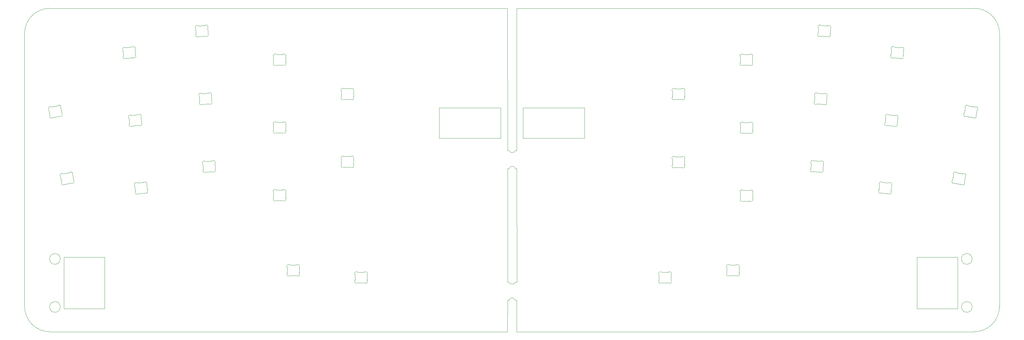
<source format=gbr>
%TF.GenerationSoftware,KiCad,Pcbnew,(7.0.0)*%
%TF.CreationDate,2023-02-20T10:05:00+01:00*%
%TF.ProjectId,wired-split,77697265-642d-4737-906c-69742e6b6963,rev?*%
%TF.SameCoordinates,Original*%
%TF.FileFunction,Profile,NP*%
%FSLAX46Y46*%
G04 Gerber Fmt 4.6, Leading zero omitted, Abs format (unit mm)*
G04 Created by KiCad (PCBNEW (7.0.0)) date 2023-02-20 10:05:00*
%MOMM*%
%LPD*%
G01*
G04 APERTURE LIST*
%TA.AperFunction,Profile*%
%ADD10C,0.100000*%
%TD*%
%TA.AperFunction,Profile*%
%ADD11C,0.120000*%
%TD*%
G04 APERTURE END LIST*
D10*
X214319305Y-159619436D02*
X213949000Y-159619097D01*
X216167797Y-117538399D02*
X216489000Y-117538738D01*
X345012505Y-168499305D02*
G75*
G03*
X352124505Y-161387287I-5J7112005D01*
G01*
X213924505Y-168499287D02*
X85400505Y-168499287D01*
X216488505Y-168499287D02*
X216489000Y-159616125D01*
X352124505Y-84679287D02*
X352124505Y-161387287D01*
X214318129Y-154541314D02*
G75*
G03*
X216166573Y-154540096I923971J382014D01*
G01*
X214318153Y-154541304D02*
X213949000Y-154540435D01*
X214317943Y-122616576D02*
X213949000Y-122616237D01*
X216489000Y-117538738D02*
X216488505Y-77567287D01*
X352124513Y-84679287D02*
G75*
G03*
X345012505Y-77567287I-7112013J-13D01*
G01*
X78288513Y-161387287D02*
G75*
G03*
X85400505Y-168499287I7111987J-13D01*
G01*
X213924505Y-77567287D02*
X85400505Y-77567287D01*
X216166364Y-122615368D02*
X216489000Y-122616237D01*
X345012505Y-77567287D02*
X216488505Y-77567287D01*
X213924505Y-77567287D02*
X213949000Y-117538738D01*
X216166574Y-154540096D02*
X216559087Y-154540089D01*
X214319313Y-117539633D02*
G75*
G03*
X216167797Y-117538399I923987J382033D01*
G01*
X213949000Y-154540435D02*
X213949000Y-122616237D01*
X216559087Y-154540089D02*
X216489000Y-122616237D01*
X216167786Y-159618203D02*
G75*
G03*
X214319305Y-159619436I-923986J-381997D01*
G01*
X78288505Y-161387287D02*
X78288505Y-84679287D01*
X345012505Y-168499287D02*
X216488505Y-168499287D01*
X216167726Y-159618228D02*
X216489000Y-159616125D01*
X214319376Y-117539607D02*
X213949000Y-117538738D01*
X213924505Y-168499287D02*
X213949000Y-159619097D01*
X85400505Y-77567305D02*
G75*
G03*
X78288505Y-84679287I-5J-7111995D01*
G01*
X216166359Y-122615370D02*
G75*
G03*
X214317944Y-122616576I-923959J-382030D01*
G01*
%TO.C,D84*%
X301562577Y-123564114D02*
X299975850Y-123480957D01*
X302582171Y-121411683D02*
X302508603Y-122815441D01*
X300132858Y-120485069D02*
X301719586Y-120568226D01*
X299113265Y-122637499D02*
X299186832Y-121233741D01*
X299052499Y-122851491D02*
G75*
G03*
X299720363Y-123535958I438544J-240159D01*
G01*
X301810915Y-123645522D02*
G75*
G03*
X301562577Y-123564114I-274508J-417915D01*
G01*
X302642936Y-121197691D02*
G75*
G03*
X301975073Y-120513223I-438545J240158D01*
G01*
X302508604Y-122815441D02*
G75*
G03*
X302546671Y-123034611I499304J-26169D01*
G01*
X299884520Y-120403661D02*
G75*
G03*
X299148766Y-121014570I-274507J-417905D01*
G01*
X299052494Y-122851489D02*
G75*
G03*
X299113264Y-122637500I-438535J240160D01*
G01*
X299975850Y-123480958D02*
G75*
G03*
X299720364Y-123535961I-26166J-499324D01*
G01*
X302642939Y-121197692D02*
G75*
G03*
X302582171Y-121411682I438537J-240157D01*
G01*
X299884520Y-120403660D02*
G75*
G03*
X300132857Y-120485068I274509J417916D01*
G01*
X299186850Y-121233742D02*
G75*
G03*
X299148765Y-121014570I-499336J26127D01*
G01*
X301810915Y-123645522D02*
G75*
G03*
X302546669Y-123034610I274507J417907D01*
G01*
X301719586Y-120568226D02*
G75*
G03*
X301975073Y-120513222I26165J499324D01*
G01*
%TO.C,D36*%
X150710957Y-131629287D02*
X149122053Y-131629287D01*
X151616504Y-129426445D02*
X151616504Y-130832129D01*
X149122053Y-128629288D02*
X150710958Y-128629288D01*
X148216506Y-130832129D02*
X148216506Y-129426445D01*
X148167024Y-131049009D02*
G75*
G03*
X148869794Y-131697583I450511J-216878D01*
G01*
X150963216Y-131697586D02*
G75*
G03*
X150710957Y-131629287I-252261J-431710D01*
G01*
X151665987Y-129209566D02*
G75*
G03*
X150963216Y-128560990I-450513J216877D01*
G01*
X151616505Y-130832129D02*
G75*
G03*
X151665990Y-131049007I499989J-2D01*
G01*
X148869794Y-128560988D02*
G75*
G03*
X148167022Y-129209567I-252259J-431699D01*
G01*
X148167020Y-131049006D02*
G75*
G03*
X148216506Y-130832130I-450505J216879D01*
G01*
X149122053Y-131629288D02*
G75*
G03*
X148869795Y-131697586I2J-500009D01*
G01*
X151665989Y-129209567D02*
G75*
G03*
X151616504Y-129426444I450505J-216876D01*
G01*
X148869794Y-128560988D02*
G75*
G03*
X149122052Y-128629287I252261J431711D01*
G01*
X148216523Y-129426445D02*
G75*
G03*
X148167020Y-129209567I-500018J-42D01*
G01*
X150963216Y-131697586D02*
G75*
G03*
X151665988Y-131049006I252259J431700D01*
G01*
X150710958Y-128629288D02*
G75*
G03*
X150963216Y-128560989I-3J500009D01*
G01*
%TO.C,D62*%
X302597083Y-104567549D02*
X301010356Y-104484392D01*
X303616677Y-102415118D02*
X303543109Y-103818876D01*
X301167364Y-101488504D02*
X302754092Y-101571661D01*
X300147771Y-103640934D02*
X300221338Y-102237176D01*
X300087005Y-103854926D02*
G75*
G03*
X300754869Y-104539393I438544J-240159D01*
G01*
X302845421Y-104648957D02*
G75*
G03*
X302597083Y-104567549I-274508J-417915D01*
G01*
X303677442Y-102201126D02*
G75*
G03*
X303009579Y-101516658I-438545J240158D01*
G01*
X303543110Y-103818876D02*
G75*
G03*
X303581177Y-104038046I499304J-26169D01*
G01*
X300919026Y-101407096D02*
G75*
G03*
X300183272Y-102018005I-274507J-417905D01*
G01*
X300087000Y-103854924D02*
G75*
G03*
X300147770Y-103640935I-438535J240160D01*
G01*
X301010356Y-104484393D02*
G75*
G03*
X300754870Y-104539396I-26166J-499324D01*
G01*
X303677445Y-102201127D02*
G75*
G03*
X303616677Y-102415117I438537J-240157D01*
G01*
X300919026Y-101407095D02*
G75*
G03*
X301167363Y-101488503I274509J417916D01*
G01*
X300221356Y-102237177D02*
G75*
G03*
X300183271Y-102018005I-499336J26127D01*
G01*
X302845421Y-104648957D02*
G75*
G03*
X303581175Y-104038045I274507J417907D01*
G01*
X302754092Y-101571661D02*
G75*
G03*
X303009579Y-101516657I26165J499324D01*
G01*
%TO.C,D26*%
X150710957Y-93529287D02*
X149122053Y-93529287D01*
X151616504Y-91326445D02*
X151616504Y-92732129D01*
X149122053Y-90529288D02*
X150710958Y-90529288D01*
X148216506Y-92732129D02*
X148216506Y-91326445D01*
X148167024Y-92949009D02*
G75*
G03*
X148869794Y-93597583I450511J-216878D01*
G01*
X150963216Y-93597586D02*
G75*
G03*
X150710957Y-93529287I-252261J-431710D01*
G01*
X151665987Y-91109566D02*
G75*
G03*
X150963216Y-90460990I-450513J216877D01*
G01*
X151616505Y-92732129D02*
G75*
G03*
X151665990Y-92949007I499989J-2D01*
G01*
X148869794Y-90460988D02*
G75*
G03*
X148167022Y-91109567I-252259J-431699D01*
G01*
X148167020Y-92949006D02*
G75*
G03*
X148216506Y-92732130I-450505J216879D01*
G01*
X149122053Y-93529288D02*
G75*
G03*
X148869795Y-93597586I2J-500009D01*
G01*
X151665989Y-91109567D02*
G75*
G03*
X151616504Y-91326444I450505J-216876D01*
G01*
X148869794Y-90460988D02*
G75*
G03*
X149122052Y-90529287I252261J431711D01*
G01*
X148216523Y-91326445D02*
G75*
G03*
X148167020Y-91109567I-500018J-42D01*
G01*
X150963216Y-93597586D02*
G75*
G03*
X151665988Y-92949006I252259J431700D01*
G01*
X150710958Y-90529288D02*
G75*
G03*
X150963216Y-90460989I-3J500009D01*
G01*
%TO.C,D68*%
X303603231Y-85486334D02*
X302016504Y-85403177D01*
X304622825Y-83333903D02*
X304549257Y-84737661D01*
X302173512Y-82407289D02*
X303760240Y-82490446D01*
X301153919Y-84559719D02*
X301227486Y-83155961D01*
X301093153Y-84773711D02*
G75*
G03*
X301761017Y-85458178I438544J-240159D01*
G01*
X303851569Y-85567742D02*
G75*
G03*
X303603231Y-85486334I-274508J-417915D01*
G01*
X304683590Y-83119911D02*
G75*
G03*
X304015727Y-82435443I-438545J240158D01*
G01*
X304549258Y-84737661D02*
G75*
G03*
X304587325Y-84956831I499304J-26169D01*
G01*
X301925174Y-82325881D02*
G75*
G03*
X301189420Y-82936790I-274507J-417905D01*
G01*
X301093148Y-84773709D02*
G75*
G03*
X301153918Y-84559720I-438535J240160D01*
G01*
X302016504Y-85403178D02*
G75*
G03*
X301761018Y-85458181I-26166J-499324D01*
G01*
X304683593Y-83119912D02*
G75*
G03*
X304622825Y-83333902I438537J-240157D01*
G01*
X301925174Y-82325880D02*
G75*
G03*
X302173511Y-82407288I274509J417916D01*
G01*
X301227504Y-83155962D02*
G75*
G03*
X301189419Y-82936790I-499336J26127D01*
G01*
X303851569Y-85567742D02*
G75*
G03*
X304587323Y-84956830I274507J417907D01*
G01*
X303760240Y-82490446D02*
G75*
G03*
X304015727Y-82435442I26165J499324D01*
G01*
%TO.C,D29*%
X128940506Y-85396615D02*
X127353779Y-85479772D01*
X129729524Y-83149399D02*
X129803091Y-84553157D01*
X127196771Y-82483884D02*
X128783499Y-82400727D01*
X126407753Y-84731099D02*
X126334185Y-83327341D01*
X126369690Y-84950271D02*
G75*
G03*
X127105440Y-85561177I461244J-193003D01*
G01*
X129195993Y-85451618D02*
G75*
G03*
X128940506Y-85396615I-229321J-444321D01*
G01*
X129767589Y-82930227D02*
G75*
G03*
X129031837Y-82319321I-461247J193001D01*
G01*
X129803091Y-84553157D02*
G75*
G03*
X129863859Y-84767148I499305J26166D01*
G01*
X126941283Y-82428879D02*
G75*
G03*
X126273418Y-83113350I-229320J-444310D01*
G01*
X126369685Y-84950268D02*
G75*
G03*
X126407753Y-84731100I-461238J193004D01*
G01*
X127353779Y-85479772D02*
G75*
G03*
X127105441Y-85561180I26171J-499324D01*
G01*
X129767591Y-82930228D02*
G75*
G03*
X129729524Y-83149398I461237J-193002D01*
G01*
X126941283Y-82428879D02*
G75*
G03*
X127196770Y-82483883I229322J444321D01*
G01*
X126334204Y-83327340D02*
G75*
G03*
X126273418Y-83113350I-499332J-26211D01*
G01*
X129195993Y-85451617D02*
G75*
G03*
X129863859Y-84767147I229320J444310D01*
G01*
X128783499Y-82400727D02*
G75*
G03*
X129031835Y-82319319I-26172J499323D01*
G01*
%TO.C,D33*%
X169760957Y-122215287D02*
X168172053Y-122215287D01*
X170666504Y-120012445D02*
X170666504Y-121418129D01*
X168172053Y-119215288D02*
X169760958Y-119215288D01*
X167266506Y-121418129D02*
X167266506Y-120012445D01*
X167217024Y-121635009D02*
G75*
G03*
X167919794Y-122283583I450511J-216878D01*
G01*
X170013216Y-122283586D02*
G75*
G03*
X169760957Y-122215287I-252261J-431710D01*
G01*
X170715987Y-119795566D02*
G75*
G03*
X170013216Y-119146990I-450513J216877D01*
G01*
X170666505Y-121418129D02*
G75*
G03*
X170715990Y-121635007I499989J-2D01*
G01*
X167919794Y-119146988D02*
G75*
G03*
X167217022Y-119795567I-252259J-431699D01*
G01*
X167217020Y-121635006D02*
G75*
G03*
X167266506Y-121418130I-450505J216879D01*
G01*
X168172053Y-122215288D02*
G75*
G03*
X167919795Y-122283586I2J-500009D01*
G01*
X170715989Y-119795567D02*
G75*
G03*
X170666504Y-120012444I450505J-216876D01*
G01*
X167919794Y-119146988D02*
G75*
G03*
X168172052Y-119215287I252261J431711D01*
G01*
X167266523Y-120012445D02*
G75*
G03*
X167217020Y-119795567I-500018J-42D01*
G01*
X170013216Y-122283586D02*
G75*
G03*
X170715988Y-121635006I252259J431700D01*
G01*
X169760958Y-119215288D02*
G75*
G03*
X170013216Y-119146989I-3J500009D01*
G01*
%TO.C,D56*%
X320687306Y-129641973D02*
X319104449Y-129503491D01*
X321781398Y-127526437D02*
X321658884Y-128926772D01*
X319365916Y-126514908D02*
X320948775Y-126653390D01*
X318271824Y-128630443D02*
X318394338Y-127230108D01*
X318203629Y-128842185D02*
G75*
G03*
X318847197Y-129549541I429894J-255317D01*
G01*
X320932652Y-129731999D02*
G75*
G03*
X320687306Y-129641974I-288926J-408080D01*
G01*
X321849596Y-127314697D02*
G75*
G03*
X321206025Y-126607337I-429898J255317D01*
G01*
X321658885Y-128926772D02*
G75*
G03*
X321689279Y-129147138I498087J-43579D01*
G01*
X319120569Y-126424881D02*
G75*
G03*
X318363944Y-127009742I-288924J-408071D01*
G01*
X318203623Y-128842181D02*
G75*
G03*
X318271823Y-128630444I-429887J255317D01*
G01*
X319104449Y-129503492D02*
G75*
G03*
X318847198Y-129549544I-43577J-498106D01*
G01*
X321849597Y-127314697D02*
G75*
G03*
X321781399Y-127526436I429888J-255315D01*
G01*
X319120570Y-126424881D02*
G75*
G03*
X319365915Y-126514906I288927J408081D01*
G01*
X318394355Y-127230109D02*
G75*
G03*
X318363942Y-127009742I-498119J43537D01*
G01*
X320932653Y-129731998D02*
G75*
G03*
X321689278Y-129147137I288924J408071D01*
G01*
X320948775Y-126653390D02*
G75*
G03*
X321206025Y-126607336I43575J498107D01*
G01*
%TO.C,D23*%
X110272312Y-110500722D02*
X108689455Y-110639204D01*
X110982423Y-108227339D02*
X111104937Y-109627674D01*
X108427987Y-107650621D02*
X110010846Y-107512139D01*
X107717877Y-109924003D02*
X107595363Y-108523668D01*
X107687486Y-110144370D02*
G75*
G03*
X108444108Y-110729227I467698J-176789D01*
G01*
X110529564Y-110546776D02*
G75*
G03*
X110272312Y-110500723I-213675J-452052D01*
G01*
X111012816Y-108006972D02*
G75*
G03*
X110256192Y-107422114I-467701J176787D01*
G01*
X111104936Y-109627674D02*
G75*
G03*
X111173135Y-109839414I498088J43575D01*
G01*
X108170737Y-107604566D02*
G75*
G03*
X107527164Y-108311928I-213675J-452043D01*
G01*
X107687480Y-110144368D02*
G75*
G03*
X107717877Y-109924004I-467692J176790D01*
G01*
X108689455Y-110639205D02*
G75*
G03*
X108444109Y-110729229I43580J-498106D01*
G01*
X111012818Y-108006973D02*
G75*
G03*
X110982424Y-108227338I467692J-176787D01*
G01*
X108170736Y-107604566D02*
G75*
G03*
X108427986Y-107650620I213675J452054D01*
G01*
X107595381Y-108523666D02*
G75*
G03*
X107527164Y-108311928I-498113J-43622D01*
G01*
X110529564Y-110546775D02*
G75*
G03*
X111173135Y-109839413I213674J452043D01*
G01*
X110010846Y-107512138D02*
G75*
G03*
X110256191Y-107422113I-43581J498105D01*
G01*
%TO.C,D70*%
X258976957Y-154765903D02*
X257388053Y-154765903D01*
X259882504Y-152563061D02*
X259882504Y-153968745D01*
X257388053Y-151765904D02*
X258976958Y-151765904D01*
X256482506Y-153968745D02*
X256482506Y-152563061D01*
X256433024Y-154185625D02*
G75*
G03*
X257135794Y-154834199I450511J-216878D01*
G01*
X259229216Y-154834202D02*
G75*
G03*
X258976957Y-154765903I-252261J-431710D01*
G01*
X259931987Y-152346182D02*
G75*
G03*
X259229216Y-151697606I-450513J216877D01*
G01*
X259882505Y-153968745D02*
G75*
G03*
X259931990Y-154185623I499989J-2D01*
G01*
X257135794Y-151697604D02*
G75*
G03*
X256433022Y-152346183I-252259J-431699D01*
G01*
X256433020Y-154185622D02*
G75*
G03*
X256482506Y-153968746I-450505J216879D01*
G01*
X257388053Y-154765904D02*
G75*
G03*
X257135795Y-154834202I2J-500009D01*
G01*
X259931989Y-152346183D02*
G75*
G03*
X259882504Y-152563060I450505J-216876D01*
G01*
X257135794Y-151697604D02*
G75*
G03*
X257388052Y-151765903I252261J431711D01*
G01*
X256482523Y-152563061D02*
G75*
G03*
X256433020Y-152346183I-500018J-42D01*
G01*
X259229216Y-154834202D02*
G75*
G03*
X259931988Y-154185622I252259J431700D01*
G01*
X258976958Y-151765904D02*
G75*
G03*
X259229216Y-151697605I-3J500009D01*
G01*
%TO.C,D32*%
X108601916Y-91473669D02*
X107019059Y-91612151D01*
X109312027Y-89200286D02*
X109434541Y-90600621D01*
X106757591Y-88623568D02*
X108340450Y-88485086D01*
X106047481Y-90896950D02*
X105924967Y-89496615D01*
X106017090Y-91117317D02*
G75*
G03*
X106773712Y-91702174I467698J-176789D01*
G01*
X108859168Y-91519723D02*
G75*
G03*
X108601916Y-91473670I-213675J-452052D01*
G01*
X109342420Y-88979919D02*
G75*
G03*
X108585796Y-88395061I-467701J176787D01*
G01*
X109434540Y-90600621D02*
G75*
G03*
X109502739Y-90812361I498088J43575D01*
G01*
X106500341Y-88577513D02*
G75*
G03*
X105856768Y-89284875I-213675J-452043D01*
G01*
X106017084Y-91117315D02*
G75*
G03*
X106047481Y-90896951I-467692J176790D01*
G01*
X107019059Y-91612152D02*
G75*
G03*
X106773713Y-91702176I43580J-498106D01*
G01*
X109342422Y-88979920D02*
G75*
G03*
X109312028Y-89200285I467692J-176787D01*
G01*
X106500340Y-88577513D02*
G75*
G03*
X106757590Y-88623567I213675J452054D01*
G01*
X105924985Y-89496613D02*
G75*
G03*
X105856768Y-89284875I-498113J-43622D01*
G01*
X108859168Y-91519722D02*
G75*
G03*
X109502739Y-90812360I213674J452043D01*
G01*
X108340450Y-88485085D02*
G75*
G03*
X108585795Y-88395060I-43581J498105D01*
G01*
%TO.C,D40*%
X130970270Y-123500045D02*
X129383543Y-123583202D01*
X131759288Y-121252829D02*
X131832855Y-122656587D01*
X129226535Y-120587314D02*
X130813263Y-120504157D01*
X128437517Y-122834529D02*
X128363949Y-121430771D01*
X128399454Y-123053701D02*
G75*
G03*
X129135204Y-123664607I461244J-193003D01*
G01*
X131225757Y-123555048D02*
G75*
G03*
X130970270Y-123500045I-229321J-444321D01*
G01*
X131797353Y-121033657D02*
G75*
G03*
X131061601Y-120422751I-461247J193001D01*
G01*
X131832855Y-122656587D02*
G75*
G03*
X131893623Y-122870578I499305J26166D01*
G01*
X128971047Y-120532309D02*
G75*
G03*
X128303182Y-121216780I-229320J-444310D01*
G01*
X128399449Y-123053698D02*
G75*
G03*
X128437517Y-122834530I-461238J193004D01*
G01*
X129383543Y-123583202D02*
G75*
G03*
X129135205Y-123664610I26171J-499324D01*
G01*
X131797355Y-121033658D02*
G75*
G03*
X131759288Y-121252828I461237J-193002D01*
G01*
X128971047Y-120532309D02*
G75*
G03*
X129226534Y-120587313I229322J444321D01*
G01*
X128363968Y-121430770D02*
G75*
G03*
X128303182Y-121216780I-499332J-26211D01*
G01*
X131225757Y-123555047D02*
G75*
G03*
X131893623Y-122870577I229320J444310D01*
G01*
X130813263Y-120504157D02*
G75*
G03*
X131061599Y-120422749I-26172J499323D01*
G01*
%TO.C,D30*%
X150710957Y-112579287D02*
X149122053Y-112579287D01*
X151616504Y-110376445D02*
X151616504Y-111782129D01*
X149122053Y-109579288D02*
X150710958Y-109579288D01*
X148216506Y-111782129D02*
X148216506Y-110376445D01*
X148167024Y-111999009D02*
G75*
G03*
X148869794Y-112647583I450511J-216878D01*
G01*
X150963216Y-112647586D02*
G75*
G03*
X150710957Y-112579287I-252261J-431710D01*
G01*
X151665987Y-110159566D02*
G75*
G03*
X150963216Y-109510990I-450513J216877D01*
G01*
X151616505Y-111782129D02*
G75*
G03*
X151665990Y-111999007I499989J-2D01*
G01*
X148869794Y-109510988D02*
G75*
G03*
X148167022Y-110159567I-252259J-431699D01*
G01*
X148167020Y-111999006D02*
G75*
G03*
X148216506Y-111782130I-450505J216879D01*
G01*
X149122053Y-112579288D02*
G75*
G03*
X148869795Y-112647586I2J-500009D01*
G01*
X151665989Y-110159567D02*
G75*
G03*
X151616504Y-110376444I450505J-216876D01*
G01*
X148869794Y-109510988D02*
G75*
G03*
X149122052Y-109579287I252261J431711D01*
G01*
X148216523Y-110376445D02*
G75*
G03*
X148167020Y-110159567I-500018J-42D01*
G01*
X150963216Y-112647586D02*
G75*
G03*
X151665988Y-111999006I252259J431700D01*
G01*
X150710958Y-109579288D02*
G75*
G03*
X150963216Y-109510989I-3J500009D01*
G01*
%TO.C,D83*%
X341239844Y-127033017D02*
X339675079Y-126757107D01*
X342514153Y-125020888D02*
X342270059Y-126405217D01*
X340196023Y-123802685D02*
X341760789Y-124078595D01*
X338921714Y-125814813D02*
X339165809Y-124430485D01*
X338835323Y-126019804D02*
G75*
G03*
X339414793Y-126780562I406006J-291815D01*
G01*
X341476410Y-127144084D02*
G75*
G03*
X341239844Y-127033018I-323394J-381346D01*
G01*
X342600547Y-124815898D02*
G75*
G03*
X342021075Y-124055138I-406010J291814D01*
G01*
X342270058Y-126405217D02*
G75*
G03*
X342281131Y-126627393I492394J-86824D01*
G01*
X339959458Y-123691617D02*
G75*
G03*
X339154736Y-124208309I-323391J-381337D01*
G01*
X338835319Y-126019802D02*
G75*
G03*
X338921714Y-125814814I-405999J291813D01*
G01*
X339675079Y-126757108D02*
G75*
G03*
X339414793Y-126780565I-86824J-492413D01*
G01*
X342600547Y-124815898D02*
G75*
G03*
X342514154Y-125020887I406001J-291810D01*
G01*
X339959457Y-123691618D02*
G75*
G03*
X340196023Y-123802683I323394J381348D01*
G01*
X339165826Y-124430488D02*
G75*
G03*
X339154736Y-124208309I-492429J86786D01*
G01*
X341476410Y-127144084D02*
G75*
G03*
X342281132Y-126627392I323391J381338D01*
G01*
X341760789Y-124078595D02*
G75*
G03*
X342021075Y-124055138I86823J492413D01*
G01*
%TO.C,D31*%
X173578957Y-154759287D02*
X171990053Y-154759287D01*
X174484504Y-152556445D02*
X174484504Y-153962129D01*
X171990053Y-151759288D02*
X173578958Y-151759288D01*
X171084506Y-153962129D02*
X171084506Y-152556445D01*
X171035024Y-154179009D02*
G75*
G03*
X171737794Y-154827583I450511J-216878D01*
G01*
X173831216Y-154827586D02*
G75*
G03*
X173578957Y-154759287I-252261J-431710D01*
G01*
X174533987Y-152339566D02*
G75*
G03*
X173831216Y-151690990I-450513J216877D01*
G01*
X174484505Y-153962129D02*
G75*
G03*
X174533990Y-154179007I499989J-2D01*
G01*
X171737794Y-151690988D02*
G75*
G03*
X171035022Y-152339567I-252259J-431699D01*
G01*
X171035020Y-154179006D02*
G75*
G03*
X171084506Y-153962130I-450505J216879D01*
G01*
X171990053Y-154759288D02*
G75*
G03*
X171737795Y-154827586I2J-500009D01*
G01*
X174533989Y-152339567D02*
G75*
G03*
X174484504Y-152556444I450505J-216876D01*
G01*
X171737794Y-151690988D02*
G75*
G03*
X171990052Y-151759287I252261J431711D01*
G01*
X171084523Y-152556445D02*
G75*
G03*
X171035020Y-152339567I-500018J-42D01*
G01*
X173831216Y-154827586D02*
G75*
G03*
X174533988Y-154179006I252259J431700D01*
G01*
X173578958Y-151759288D02*
G75*
G03*
X173831216Y-151690989I-3J500009D01*
G01*
%TO.C,D69*%
X281866803Y-112657938D02*
X280277899Y-112657938D01*
X282772350Y-110455096D02*
X282772350Y-111860780D01*
X280277899Y-109657939D02*
X281866804Y-109657939D01*
X279372352Y-111860780D02*
X279372352Y-110455096D01*
X279322870Y-112077660D02*
G75*
G03*
X280025640Y-112726234I450511J-216878D01*
G01*
X282119062Y-112726237D02*
G75*
G03*
X281866803Y-112657938I-252261J-431710D01*
G01*
X282821833Y-110238217D02*
G75*
G03*
X282119062Y-109589641I-450513J216877D01*
G01*
X282772351Y-111860780D02*
G75*
G03*
X282821836Y-112077658I499989J-2D01*
G01*
X280025640Y-109589639D02*
G75*
G03*
X279322868Y-110238218I-252259J-431699D01*
G01*
X279322866Y-112077657D02*
G75*
G03*
X279372352Y-111860781I-450505J216879D01*
G01*
X280277899Y-112657939D02*
G75*
G03*
X280025641Y-112726237I2J-500009D01*
G01*
X282821835Y-110238218D02*
G75*
G03*
X282772350Y-110455095I450505J-216876D01*
G01*
X280025640Y-109589639D02*
G75*
G03*
X280277898Y-109657938I252261J431711D01*
G01*
X279372369Y-110455096D02*
G75*
G03*
X279322866Y-110238218I-500018J-42D01*
G01*
X282119062Y-112726237D02*
G75*
G03*
X282821834Y-112077657I252259J431700D01*
G01*
X281866804Y-109657939D02*
G75*
G03*
X282119062Y-109589640I-3J500009D01*
G01*
%TO.C,D81*%
X344546548Y-108238145D02*
X342981783Y-107962235D01*
X345820857Y-106226016D02*
X345576763Y-107610345D01*
X343502727Y-105007813D02*
X345067493Y-105283723D01*
X342228418Y-107019941D02*
X342472513Y-105635613D01*
X342142027Y-107224932D02*
G75*
G03*
X342721497Y-107985690I406006J-291815D01*
G01*
X344783114Y-108349212D02*
G75*
G03*
X344546548Y-108238146I-323394J-381346D01*
G01*
X345907251Y-106021026D02*
G75*
G03*
X345327779Y-105260266I-406010J291814D01*
G01*
X345576762Y-107610345D02*
G75*
G03*
X345587835Y-107832521I492394J-86824D01*
G01*
X343266162Y-104896745D02*
G75*
G03*
X342461440Y-105413437I-323391J-381337D01*
G01*
X342142023Y-107224930D02*
G75*
G03*
X342228418Y-107019942I-405999J291813D01*
G01*
X342981783Y-107962236D02*
G75*
G03*
X342721497Y-107985693I-86824J-492413D01*
G01*
X345907251Y-106021026D02*
G75*
G03*
X345820858Y-106226015I406001J-291810D01*
G01*
X343266161Y-104896746D02*
G75*
G03*
X343502727Y-105007811I323394J381348D01*
G01*
X342472530Y-105635616D02*
G75*
G03*
X342461440Y-105413437I-492429J86786D01*
G01*
X344783114Y-108349212D02*
G75*
G03*
X345587836Y-107832520I323391J381338D01*
G01*
X345067493Y-105283723D02*
G75*
G03*
X345327779Y-105260266I86823J492413D01*
G01*
%TO.C,D27*%
X129959646Y-104446414D02*
X128372919Y-104529571D01*
X130748664Y-102199198D02*
X130822231Y-103602956D01*
X128215911Y-101533683D02*
X129802639Y-101450526D01*
X127426893Y-103780898D02*
X127353325Y-102377140D01*
X127388830Y-104000070D02*
G75*
G03*
X128124580Y-104610976I461244J-193003D01*
G01*
X130215133Y-104501417D02*
G75*
G03*
X129959646Y-104446414I-229321J-444321D01*
G01*
X130786729Y-101980026D02*
G75*
G03*
X130050977Y-101369120I-461247J193001D01*
G01*
X130822231Y-103602956D02*
G75*
G03*
X130882999Y-103816947I499305J26166D01*
G01*
X127960423Y-101478678D02*
G75*
G03*
X127292558Y-102163149I-229320J-444310D01*
G01*
X127388825Y-104000067D02*
G75*
G03*
X127426893Y-103780899I-461238J193004D01*
G01*
X128372919Y-104529571D02*
G75*
G03*
X128124581Y-104610979I26171J-499324D01*
G01*
X130786731Y-101980027D02*
G75*
G03*
X130748664Y-102199197I461237J-193002D01*
G01*
X127960423Y-101478678D02*
G75*
G03*
X128215910Y-101533682I229322J444321D01*
G01*
X127353344Y-102377139D02*
G75*
G03*
X127292558Y-102163149I-499332J-26211D01*
G01*
X130215133Y-104501416D02*
G75*
G03*
X130882999Y-103816946I229320J444310D01*
G01*
X129802639Y-101450526D02*
G75*
G03*
X130050975Y-101369118I-26172J499323D01*
G01*
%TO.C,D82*%
X281857961Y-131764011D02*
X280269057Y-131764011D01*
X282763508Y-129561169D02*
X282763508Y-130966853D01*
X280269057Y-128764012D02*
X281857962Y-128764012D01*
X279363510Y-130966853D02*
X279363510Y-129561169D01*
X279314028Y-131183733D02*
G75*
G03*
X280016798Y-131832307I450511J-216878D01*
G01*
X282110220Y-131832310D02*
G75*
G03*
X281857961Y-131764011I-252261J-431710D01*
G01*
X282812991Y-129344290D02*
G75*
G03*
X282110220Y-128695714I-450513J216877D01*
G01*
X282763509Y-130966853D02*
G75*
G03*
X282812994Y-131183731I499989J-2D01*
G01*
X280016798Y-128695712D02*
G75*
G03*
X279314026Y-129344291I-252259J-431699D01*
G01*
X279314024Y-131183730D02*
G75*
G03*
X279363510Y-130966854I-450505J216879D01*
G01*
X280269057Y-131764012D02*
G75*
G03*
X280016799Y-131832310I2J-500009D01*
G01*
X282812993Y-129344291D02*
G75*
G03*
X282763508Y-129561168I450505J-216876D01*
G01*
X280016798Y-128695712D02*
G75*
G03*
X280269056Y-128764011I252261J431711D01*
G01*
X279363527Y-129561169D02*
G75*
G03*
X279314024Y-129344291I-500018J-42D01*
G01*
X282110220Y-131832310D02*
G75*
G03*
X282812992Y-131183730I252259J431700D01*
G01*
X281857962Y-128764012D02*
G75*
G03*
X282110220Y-128695713I-3J500009D01*
G01*
%TO.C,D39*%
X91273227Y-126751720D02*
X89708462Y-127027630D01*
X91782497Y-124425098D02*
X92026592Y-125809426D01*
X89187518Y-124073208D02*
X90752284Y-123797298D01*
X88678247Y-126399830D02*
X88434153Y-125015501D01*
X88667178Y-126622007D02*
G75*
G03*
X89471895Y-127138693I481327J-135353D01*
G01*
X91533514Y-126775178D02*
G75*
G03*
X91273227Y-126751721I-173463J-468955D01*
G01*
X91793568Y-124202921D02*
G75*
G03*
X90988850Y-123686233I-481329J135352D01*
G01*
X92026593Y-125809426D02*
G75*
G03*
X92112986Y-126014415I492393J86820D01*
G01*
X88927231Y-124049750D02*
G75*
G03*
X88347760Y-124810510I-173463J-468945D01*
G01*
X88667172Y-126622005D02*
G75*
G03*
X88678247Y-126399831I-481320J135355D01*
G01*
X89708462Y-127027632D02*
G75*
G03*
X89471897Y-127138697I86828J-492412D01*
G01*
X91793570Y-124202922D02*
G75*
G03*
X91782497Y-124425097I481321J-135351D01*
G01*
X88927231Y-124049749D02*
G75*
G03*
X89187517Y-124073206I173463J468956D01*
G01*
X88434170Y-125015498D02*
G75*
G03*
X88347759Y-124810511I-492415J-86869D01*
G01*
X91533514Y-126775177D02*
G75*
G03*
X92112984Y-126014416I173462J468946D01*
G01*
X90752284Y-123797297D02*
G75*
G03*
X90988849Y-123686232I-86829J492412D01*
G01*
%TO.C,D24*%
X111918074Y-129520955D02*
X110335217Y-129659437D01*
X112628185Y-127247572D02*
X112750699Y-128647907D01*
X110073749Y-126670854D02*
X111656608Y-126532372D01*
X109363639Y-128944236D02*
X109241125Y-127543901D01*
X109333248Y-129164603D02*
G75*
G03*
X110089870Y-129749460I467698J-176789D01*
G01*
X112175326Y-129567009D02*
G75*
G03*
X111918074Y-129520956I-213675J-452052D01*
G01*
X112658578Y-127027205D02*
G75*
G03*
X111901954Y-126442347I-467701J176787D01*
G01*
X112750698Y-128647907D02*
G75*
G03*
X112818897Y-128859647I498088J43575D01*
G01*
X109816499Y-126624799D02*
G75*
G03*
X109172926Y-127332161I-213675J-452043D01*
G01*
X109333242Y-129164601D02*
G75*
G03*
X109363639Y-128944237I-467692J176790D01*
G01*
X110335217Y-129659438D02*
G75*
G03*
X110089871Y-129749462I43580J-498106D01*
G01*
X112658580Y-127027206D02*
G75*
G03*
X112628186Y-127247571I467692J-176787D01*
G01*
X109816498Y-126624799D02*
G75*
G03*
X110073748Y-126670853I213675J452054D01*
G01*
X109241143Y-127543899D02*
G75*
G03*
X109172926Y-127332161I-498113J-43622D01*
G01*
X112175326Y-129567008D02*
G75*
G03*
X112818897Y-128859646I213674J452043D01*
G01*
X111656608Y-126532371D02*
G75*
G03*
X111901953Y-126442346I-43581J498105D01*
G01*
%TO.C,D22*%
X169760957Y-103165287D02*
X168172053Y-103165287D01*
X170666504Y-100962445D02*
X170666504Y-102368129D01*
X168172053Y-100165288D02*
X169760958Y-100165288D01*
X167266506Y-102368129D02*
X167266506Y-100962445D01*
X167217024Y-102585009D02*
G75*
G03*
X167919794Y-103233583I450511J-216878D01*
G01*
X170013216Y-103233586D02*
G75*
G03*
X169760957Y-103165287I-252261J-431710D01*
G01*
X170715987Y-100745566D02*
G75*
G03*
X170013216Y-100096990I-450513J216877D01*
G01*
X170666505Y-102368129D02*
G75*
G03*
X170715990Y-102585007I499989J-2D01*
G01*
X167919794Y-100096988D02*
G75*
G03*
X167217022Y-100745567I-252259J-431699D01*
G01*
X167217020Y-102585006D02*
G75*
G03*
X167266506Y-102368130I-450505J216879D01*
G01*
X168172053Y-103165288D02*
G75*
G03*
X167919795Y-103233586I2J-500009D01*
G01*
X170715989Y-100745567D02*
G75*
G03*
X170666504Y-100962444I450505J-216876D01*
G01*
X167919794Y-100096988D02*
G75*
G03*
X168172052Y-100165287I252261J431711D01*
G01*
X167266523Y-100962445D02*
G75*
G03*
X167217020Y-100745567I-500018J-42D01*
G01*
X170013216Y-103233586D02*
G75*
G03*
X170715988Y-102585006I252259J431700D01*
G01*
X169760958Y-100165288D02*
G75*
G03*
X170013216Y-100096989I-3J500009D01*
G01*
%TO.C,D76*%
X262736956Y-122311217D02*
X261148052Y-122311217D01*
X263642503Y-120108375D02*
X263642503Y-121514059D01*
X261148052Y-119311218D02*
X262736957Y-119311218D01*
X260242505Y-121514059D02*
X260242505Y-120108375D01*
X260193023Y-121730939D02*
G75*
G03*
X260895793Y-122379513I450511J-216878D01*
G01*
X262989215Y-122379516D02*
G75*
G03*
X262736956Y-122311217I-252261J-431710D01*
G01*
X263691986Y-119891496D02*
G75*
G03*
X262989215Y-119242920I-450513J216877D01*
G01*
X263642504Y-121514059D02*
G75*
G03*
X263691989Y-121730937I499989J-2D01*
G01*
X260895793Y-119242918D02*
G75*
G03*
X260193021Y-119891497I-252259J-431699D01*
G01*
X260193019Y-121730936D02*
G75*
G03*
X260242505Y-121514060I-450505J216879D01*
G01*
X261148052Y-122311218D02*
G75*
G03*
X260895794Y-122379516I2J-500009D01*
G01*
X263691988Y-119891497D02*
G75*
G03*
X263642503Y-120108374I450505J-216876D01*
G01*
X260895793Y-119242918D02*
G75*
G03*
X261148051Y-119311217I252261J431711D01*
G01*
X260242522Y-120108375D02*
G75*
G03*
X260193019Y-119891497I-500018J-42D01*
G01*
X262989215Y-122379516D02*
G75*
G03*
X263691987Y-121730936I252259J431700D01*
G01*
X262736957Y-119311218D02*
G75*
G03*
X262989215Y-119242919I-3J500009D01*
G01*
%TO.C,D61*%
X281816957Y-93535903D02*
X280228053Y-93535903D01*
X282722504Y-91333061D02*
X282722504Y-92738745D01*
X280228053Y-90535904D02*
X281816958Y-90535904D01*
X279322506Y-92738745D02*
X279322506Y-91333061D01*
X279273024Y-92955625D02*
G75*
G03*
X279975794Y-93604199I450511J-216878D01*
G01*
X282069216Y-93604202D02*
G75*
G03*
X281816957Y-93535903I-252261J-431710D01*
G01*
X282771987Y-91116182D02*
G75*
G03*
X282069216Y-90467606I-450513J216877D01*
G01*
X282722505Y-92738745D02*
G75*
G03*
X282771990Y-92955623I499989J-2D01*
G01*
X279975794Y-90467604D02*
G75*
G03*
X279273022Y-91116183I-252259J-431699D01*
G01*
X279273020Y-92955622D02*
G75*
G03*
X279322506Y-92738746I-450505J216879D01*
G01*
X280228053Y-93535904D02*
G75*
G03*
X279975795Y-93604202I2J-500009D01*
G01*
X282771989Y-91116183D02*
G75*
G03*
X282722504Y-91333060I450505J-216876D01*
G01*
X279975794Y-90467604D02*
G75*
G03*
X280228052Y-90535903I252261J431711D01*
G01*
X279322523Y-91333061D02*
G75*
G03*
X279273020Y-91116183I-500018J-42D01*
G01*
X282069216Y-93604202D02*
G75*
G03*
X282771988Y-92955622I252259J431700D01*
G01*
X281816958Y-90535904D02*
G75*
G03*
X282069216Y-90467605I-3J500009D01*
G01*
%TO.C,D55*%
X322392242Y-110663598D02*
X320809385Y-110525116D01*
X323486334Y-108548062D02*
X323363820Y-109948397D01*
X321070852Y-107536533D02*
X322653711Y-107675015D01*
X319976760Y-109652068D02*
X320099274Y-108251733D01*
X319908565Y-109863810D02*
G75*
G03*
X320552133Y-110571166I429894J-255317D01*
G01*
X322637588Y-110753624D02*
G75*
G03*
X322392242Y-110663599I-288926J-408080D01*
G01*
X323554532Y-108336322D02*
G75*
G03*
X322910961Y-107628962I-429898J255317D01*
G01*
X323363821Y-109948397D02*
G75*
G03*
X323394215Y-110168763I498087J-43579D01*
G01*
X320825505Y-107446506D02*
G75*
G03*
X320068880Y-108031367I-288924J-408071D01*
G01*
X319908559Y-109863806D02*
G75*
G03*
X319976759Y-109652069I-429887J255317D01*
G01*
X320809385Y-110525117D02*
G75*
G03*
X320552134Y-110571169I-43577J-498106D01*
G01*
X323554533Y-108336322D02*
G75*
G03*
X323486335Y-108548061I429888J-255315D01*
G01*
X320825506Y-107446506D02*
G75*
G03*
X321070851Y-107536531I288927J408081D01*
G01*
X320099291Y-108251734D02*
G75*
G03*
X320068878Y-108031367I-498119J43537D01*
G01*
X322637589Y-110753623D02*
G75*
G03*
X323394214Y-110168762I288924J408071D01*
G01*
X322653711Y-107675015D02*
G75*
G03*
X322910961Y-107628961I43575J498107D01*
G01*
%TO.C,D63*%
X278056957Y-152727287D02*
X276468053Y-152727287D01*
X278962504Y-150524445D02*
X278962504Y-151930129D01*
X276468053Y-149727288D02*
X278056958Y-149727288D01*
X275562506Y-151930129D02*
X275562506Y-150524445D01*
X275513024Y-152147009D02*
G75*
G03*
X276215794Y-152795583I450511J-216878D01*
G01*
X278309216Y-152795586D02*
G75*
G03*
X278056957Y-152727287I-252261J-431710D01*
G01*
X279011987Y-150307566D02*
G75*
G03*
X278309216Y-149658990I-450513J216877D01*
G01*
X278962505Y-151930129D02*
G75*
G03*
X279011990Y-152147007I499989J-2D01*
G01*
X276215794Y-149658988D02*
G75*
G03*
X275513022Y-150307567I-252259J-431699D01*
G01*
X275513020Y-152147006D02*
G75*
G03*
X275562506Y-151930130I-450505J216879D01*
G01*
X276468053Y-152727288D02*
G75*
G03*
X276215795Y-152795586I2J-500009D01*
G01*
X279011989Y-150307567D02*
G75*
G03*
X278962504Y-150524444I450505J-216876D01*
G01*
X276215794Y-149658988D02*
G75*
G03*
X276468052Y-149727287I252261J431711D01*
G01*
X275562523Y-150524445D02*
G75*
G03*
X275513020Y-150307567I-500018J-42D01*
G01*
X278309216Y-152795586D02*
G75*
G03*
X279011988Y-152147006I252259J431700D01*
G01*
X278056958Y-149727288D02*
G75*
G03*
X278309216Y-149658989I-3J500009D01*
G01*
%TO.C,D35*%
X87971227Y-107955720D02*
X86406462Y-108231630D01*
X88480497Y-105629098D02*
X88724592Y-107013426D01*
X85885518Y-105277208D02*
X87450284Y-105001298D01*
X85376247Y-107603830D02*
X85132153Y-106219501D01*
X85365178Y-107826007D02*
G75*
G03*
X86169895Y-108342693I481327J-135353D01*
G01*
X88231514Y-107979178D02*
G75*
G03*
X87971227Y-107955721I-173463J-468955D01*
G01*
X88491568Y-105406921D02*
G75*
G03*
X87686850Y-104890233I-481329J135352D01*
G01*
X88724593Y-107013426D02*
G75*
G03*
X88810986Y-107218415I492393J86820D01*
G01*
X85625231Y-105253750D02*
G75*
G03*
X85045760Y-106014510I-173463J-468945D01*
G01*
X85365172Y-107826005D02*
G75*
G03*
X85376247Y-107603831I-481320J135355D01*
G01*
X86406462Y-108231632D02*
G75*
G03*
X86169897Y-108342697I86828J-492412D01*
G01*
X88491570Y-105406922D02*
G75*
G03*
X88480497Y-105629097I481321J-135351D01*
G01*
X85625231Y-105253749D02*
G75*
G03*
X85885517Y-105277206I173463J468956D01*
G01*
X85132170Y-106219498D02*
G75*
G03*
X85045759Y-106014511I-492415J-86869D01*
G01*
X88231514Y-107979177D02*
G75*
G03*
X88810984Y-107218416I173462J468946D01*
G01*
X87450284Y-105001297D02*
G75*
G03*
X87686849Y-104890232I-86829J492412D01*
G01*
%TO.C,D54*%
X262736957Y-103171903D02*
X261148053Y-103171903D01*
X263642504Y-100969061D02*
X263642504Y-102374745D01*
X261148053Y-100171904D02*
X262736958Y-100171904D01*
X260242506Y-102374745D02*
X260242506Y-100969061D01*
X260193024Y-102591625D02*
G75*
G03*
X260895794Y-103240199I450511J-216878D01*
G01*
X262989216Y-103240202D02*
G75*
G03*
X262736957Y-103171903I-252261J-431710D01*
G01*
X263691987Y-100752182D02*
G75*
G03*
X262989216Y-100103606I-450513J216877D01*
G01*
X263642505Y-102374745D02*
G75*
G03*
X263691990Y-102591623I499989J-2D01*
G01*
X260895794Y-100103604D02*
G75*
G03*
X260193022Y-100752183I-252259J-431699D01*
G01*
X260193020Y-102591622D02*
G75*
G03*
X260242506Y-102374746I-450505J216879D01*
G01*
X261148053Y-103171904D02*
G75*
G03*
X260895795Y-103240202I2J-500009D01*
G01*
X263691989Y-100752183D02*
G75*
G03*
X263642504Y-100969060I450505J-216876D01*
G01*
X260895794Y-100103604D02*
G75*
G03*
X261148052Y-100171903I252261J431711D01*
G01*
X260242523Y-100969061D02*
G75*
G03*
X260193020Y-100752183I-500018J-42D01*
G01*
X262989216Y-103240202D02*
G75*
G03*
X263691988Y-102591622I252259J431700D01*
G01*
X262736958Y-100171904D02*
G75*
G03*
X262989216Y-100103605I-3J500009D01*
G01*
%TO.C,D75*%
X324045951Y-91618694D02*
X322463094Y-91480212D01*
X325140043Y-89503158D02*
X325017529Y-90903493D01*
X322724561Y-88491629D02*
X324307420Y-88630111D01*
X321630469Y-90607164D02*
X321752983Y-89206829D01*
X321562274Y-90818906D02*
G75*
G03*
X322205842Y-91526262I429894J-255317D01*
G01*
X324291297Y-91708720D02*
G75*
G03*
X324045951Y-91618695I-288926J-408080D01*
G01*
X325208241Y-89291418D02*
G75*
G03*
X324564670Y-88584058I-429898J255317D01*
G01*
X325017530Y-90903493D02*
G75*
G03*
X325047924Y-91123859I498087J-43579D01*
G01*
X322479214Y-88401602D02*
G75*
G03*
X321722589Y-88986463I-288924J-408071D01*
G01*
X321562268Y-90818902D02*
G75*
G03*
X321630468Y-90607165I-429887J255317D01*
G01*
X322463094Y-91480213D02*
G75*
G03*
X322205843Y-91526265I-43577J-498106D01*
G01*
X325208242Y-89291418D02*
G75*
G03*
X325140044Y-89503157I429888J-255315D01*
G01*
X322479215Y-88401602D02*
G75*
G03*
X322724560Y-88491627I288927J408081D01*
G01*
X321753000Y-89206830D02*
G75*
G03*
X321722587Y-88986463I-498119J43537D01*
G01*
X324291298Y-91708719D02*
G75*
G03*
X325047923Y-91123858I288924J408071D01*
G01*
X324307420Y-88630111D02*
G75*
G03*
X324564670Y-88584057I43575J498107D01*
G01*
%TO.C,D28*%
X154528957Y-152727287D02*
X152940053Y-152727287D01*
X155434504Y-150524445D02*
X155434504Y-151930129D01*
X152940053Y-149727288D02*
X154528958Y-149727288D01*
X152034506Y-151930129D02*
X152034506Y-150524445D01*
X151985024Y-152147009D02*
G75*
G03*
X152687794Y-152795583I450511J-216878D01*
G01*
X154781216Y-152795586D02*
G75*
G03*
X154528957Y-152727287I-252261J-431710D01*
G01*
X155483987Y-150307566D02*
G75*
G03*
X154781216Y-149658990I-450513J216877D01*
G01*
X155434505Y-151930129D02*
G75*
G03*
X155483990Y-152147007I499989J-2D01*
G01*
X152687794Y-149658988D02*
G75*
G03*
X151985022Y-150307567I-252259J-431699D01*
G01*
X151985020Y-152147006D02*
G75*
G03*
X152034506Y-151930130I-450505J216879D01*
G01*
X152940053Y-152727288D02*
G75*
G03*
X152687795Y-152795586I2J-500009D01*
G01*
X155483989Y-150307567D02*
G75*
G03*
X155434504Y-150524444I450505J-216876D01*
G01*
X152687794Y-149658988D02*
G75*
G03*
X152940052Y-149727287I252261J431711D01*
G01*
X152034523Y-150524445D02*
G75*
G03*
X151985020Y-150307567I-500018J-42D01*
G01*
X154781216Y-152795586D02*
G75*
G03*
X155483988Y-152147006I252259J431700D01*
G01*
X154528958Y-149727288D02*
G75*
G03*
X154781216Y-149658989I-3J500009D01*
G01*
D11*
%TO.C,U5*%
X89344505Y-161993287D02*
X100774505Y-161993287D01*
X100774505Y-161993287D02*
X100774505Y-147573287D01*
X100774505Y-147573287D02*
X89344505Y-147573287D01*
X89344505Y-147573287D02*
X89344505Y-161993287D01*
X88324538Y-161533287D02*
G75*
G03*
X88324538Y-161533287I-1500033J0D01*
G01*
X88324538Y-148033320D02*
G75*
G03*
X88324538Y-148033320I-1500033J0D01*
G01*
%TO.C,U6*%
X340412505Y-147573287D02*
X328982505Y-147573287D01*
X328982505Y-147573287D02*
X328982505Y-161993287D01*
X328982505Y-161993287D02*
X340412505Y-161993287D01*
X340412505Y-161993287D02*
X340412505Y-147573287D01*
X344432538Y-148033287D02*
G75*
G03*
X344432538Y-148033287I-1500033J0D01*
G01*
X344432538Y-161533254D02*
G75*
G03*
X344432538Y-161533254I-1500033J0D01*
G01*
%TO.C,U10*%
X218302505Y-114125287D02*
X235562505Y-114125287D01*
X235562505Y-114125287D02*
X235562505Y-105525287D01*
X235562505Y-105525287D02*
X218302505Y-105525287D01*
X218302505Y-105525287D02*
X218302505Y-114125287D01*
%TO.C,U4*%
X194784505Y-114125287D02*
X212044505Y-114125287D01*
X212044505Y-114125287D02*
X212044505Y-105525287D01*
X212044505Y-105525287D02*
X194784505Y-105525287D01*
X194784505Y-105525287D02*
X194784505Y-114125287D01*
%TD*%
M02*

</source>
